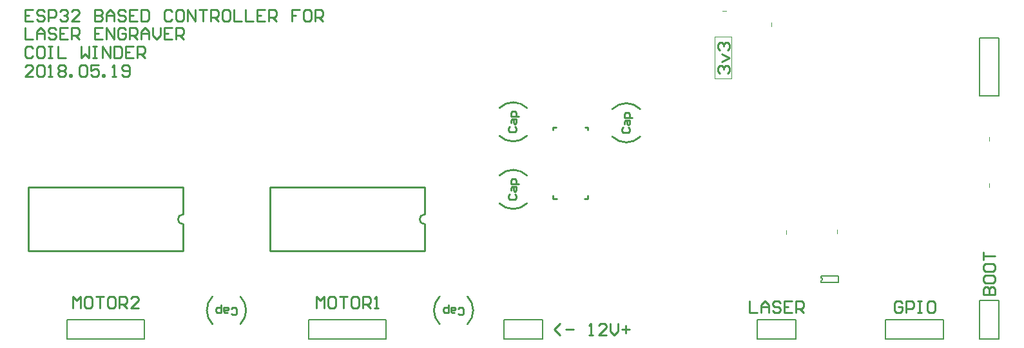
<source format=gto>
G04 Layer_Color=65535*
%FSLAX25Y25*%
%MOIN*%
G70*
G01*
G75*
%ADD19C,0.01000*%
%ADD28C,0.00787*%
%ADD29C,0.00394*%
D19*
X390500Y177000D02*
G03*
X390500Y172000I0J-2500D01*
G01*
X265500Y177000D02*
G03*
X265500Y172000I0J-2500D01*
G01*
X295182Y120160D02*
G03*
X295182Y134525I-7182J7182D01*
G01*
X280818D02*
G03*
X280818Y120160I7182J-7182D01*
G01*
X412682D02*
G03*
X412682Y134525I-7182J7182D01*
G01*
X398318D02*
G03*
X398318Y120160I7182J-7182D01*
G01*
X429160Y217818D02*
G03*
X443525Y217818I7182J7182D01*
G01*
Y232182D02*
G03*
X429160Y232182I-7182J-7182D01*
G01*
X487660Y217318D02*
G03*
X502025Y217318I7182J7182D01*
G01*
Y231682D02*
G03*
X487660Y231682I-7182J-7182D01*
G01*
X429160Y182818D02*
G03*
X443525Y182818I7182J7182D01*
G01*
Y197182D02*
G03*
X429160Y197182I-7182J-7182D01*
G01*
X310500Y191000D02*
X390500D01*
X310500Y158000D02*
Y191000D01*
Y158000D02*
X390500D01*
Y172000D01*
Y177000D02*
Y191000D01*
X185500D02*
X265500D01*
X185500Y158000D02*
Y191000D01*
Y158000D02*
X265500D01*
Y172000D01*
Y177000D02*
Y191000D01*
X475000Y185114D02*
Y186846D01*
X473268Y185114D02*
X475000D01*
X457008D02*
X458858D01*
X457008D02*
Y186965D01*
Y220823D02*
Y222114D01*
X475000Y220941D02*
Y222114D01*
X473433D02*
X475000D01*
X457008D02*
X458693D01*
X187999Y283291D02*
X184000D01*
Y277293D01*
X187999D01*
X184000Y280292D02*
X185999D01*
X193997Y282291D02*
X192997Y283291D01*
X190998D01*
X189998Y282291D01*
Y281292D01*
X190998Y280292D01*
X192997D01*
X193997Y279292D01*
Y278293D01*
X192997Y277293D01*
X190998D01*
X189998Y278293D01*
X195996Y277293D02*
Y283291D01*
X198995D01*
X199995Y282291D01*
Y280292D01*
X198995Y279292D01*
X195996D01*
X201994Y282291D02*
X202994Y283291D01*
X204993D01*
X205993Y282291D01*
Y281292D01*
X204993Y280292D01*
X203994D01*
X204993D01*
X205993Y279292D01*
Y278293D01*
X204993Y277293D01*
X202994D01*
X201994Y278293D01*
X211991Y277293D02*
X207992D01*
X211991Y281292D01*
Y282291D01*
X210991Y283291D01*
X208992D01*
X207992Y282291D01*
X219988Y283291D02*
Y277293D01*
X222987D01*
X223987Y278293D01*
Y279292D01*
X222987Y280292D01*
X219988D01*
X222987D01*
X223987Y281292D01*
Y282291D01*
X222987Y283291D01*
X219988D01*
X225986Y277293D02*
Y281292D01*
X227986Y283291D01*
X229985Y281292D01*
Y277293D01*
Y280292D01*
X225986D01*
X235983Y282291D02*
X234983Y283291D01*
X232984D01*
X231984Y282291D01*
Y281292D01*
X232984Y280292D01*
X234983D01*
X235983Y279292D01*
Y278293D01*
X234983Y277293D01*
X232984D01*
X231984Y278293D01*
X241981Y283291D02*
X237983D01*
Y277293D01*
X241981D01*
X237983Y280292D02*
X239982D01*
X243981Y283291D02*
Y277293D01*
X246980D01*
X247979Y278293D01*
Y282291D01*
X246980Y283291D01*
X243981D01*
X259975Y282291D02*
X258976Y283291D01*
X256976D01*
X255977Y282291D01*
Y278293D01*
X256976Y277293D01*
X258976D01*
X259975Y278293D01*
X264974Y283291D02*
X262975D01*
X261975Y282291D01*
Y278293D01*
X262975Y277293D01*
X264974D01*
X265973Y278293D01*
Y282291D01*
X264974Y283291D01*
X267973Y277293D02*
Y283291D01*
X271972Y277293D01*
Y283291D01*
X273971D02*
X277970D01*
X275970D01*
Y277293D01*
X279969D02*
Y283291D01*
X282968D01*
X283968Y282291D01*
Y280292D01*
X282968Y279292D01*
X279969D01*
X281968D02*
X283968Y277293D01*
X288966Y283291D02*
X286967D01*
X285967Y282291D01*
Y278293D01*
X286967Y277293D01*
X288966D01*
X289966Y278293D01*
Y282291D01*
X288966Y283291D01*
X291965D02*
Y277293D01*
X295964D01*
X297963Y283291D02*
Y277293D01*
X301962D01*
X307960Y283291D02*
X303961D01*
Y277293D01*
X307960D01*
X303961Y280292D02*
X305961D01*
X309959Y277293D02*
Y283291D01*
X312958D01*
X313958Y282291D01*
Y280292D01*
X312958Y279292D01*
X309959D01*
X311959D02*
X313958Y277293D01*
X325954Y283291D02*
X321955D01*
Y280292D01*
X323955D01*
X321955D01*
Y277293D01*
X330953Y283291D02*
X328953D01*
X327953Y282291D01*
Y278293D01*
X328953Y277293D01*
X330953D01*
X331952Y278293D01*
Y282291D01*
X330953Y283291D01*
X333951Y277293D02*
Y283291D01*
X336950D01*
X337950Y282291D01*
Y280292D01*
X336950Y279292D01*
X333951D01*
X335951D02*
X337950Y277293D01*
X184000Y273693D02*
Y267695D01*
X187999D01*
X189998D02*
Y271694D01*
X191997Y273693D01*
X193997Y271694D01*
Y267695D01*
Y270694D01*
X189998D01*
X199995Y272694D02*
X198995Y273693D01*
X196996D01*
X195996Y272694D01*
Y271694D01*
X196996Y270694D01*
X198995D01*
X199995Y269695D01*
Y268695D01*
X198995Y267695D01*
X196996D01*
X195996Y268695D01*
X205993Y273693D02*
X201994D01*
Y267695D01*
X205993D01*
X201994Y270694D02*
X203994D01*
X207992Y267695D02*
Y273693D01*
X210991D01*
X211991Y272694D01*
Y270694D01*
X210991Y269695D01*
X207992D01*
X209992D02*
X211991Y267695D01*
X223987Y273693D02*
X219988D01*
Y267695D01*
X223987D01*
X219988Y270694D02*
X221988D01*
X225986Y267695D02*
Y273693D01*
X229985Y267695D01*
Y273693D01*
X235983Y272694D02*
X234983Y273693D01*
X232984D01*
X231984Y272694D01*
Y268695D01*
X232984Y267695D01*
X234983D01*
X235983Y268695D01*
Y270694D01*
X233984D01*
X237983Y267695D02*
Y273693D01*
X240982D01*
X241981Y272694D01*
Y270694D01*
X240982Y269695D01*
X237983D01*
X239982D02*
X241981Y267695D01*
X243981D02*
Y271694D01*
X245980Y273693D01*
X247979Y271694D01*
Y267695D01*
Y270694D01*
X243981D01*
X249979Y273693D02*
Y269695D01*
X251978Y267695D01*
X253977Y269695D01*
Y273693D01*
X259975D02*
X255977D01*
Y267695D01*
X259975D01*
X255977Y270694D02*
X257976D01*
X261975Y267695D02*
Y273693D01*
X264974D01*
X265973Y272694D01*
Y270694D01*
X264974Y269695D01*
X261975D01*
X263974D02*
X265973Y267695D01*
X187999Y263096D02*
X186999Y264096D01*
X185000D01*
X184000Y263096D01*
Y259097D01*
X185000Y258098D01*
X186999D01*
X187999Y259097D01*
X192997Y264096D02*
X190998D01*
X189998Y263096D01*
Y259097D01*
X190998Y258098D01*
X192997D01*
X193997Y259097D01*
Y263096D01*
X192997Y264096D01*
X195996D02*
X197995D01*
X196996D01*
Y258098D01*
X195996D01*
X197995D01*
X200994Y264096D02*
Y258098D01*
X204993D01*
X212991Y264096D02*
Y258098D01*
X214990Y260097D01*
X216989Y258098D01*
Y264096D01*
X218989D02*
X220988D01*
X219988D01*
Y258098D01*
X218989D01*
X220988D01*
X223987D02*
Y264096D01*
X227986Y258098D01*
Y264096D01*
X229985D02*
Y258098D01*
X232984D01*
X233984Y259097D01*
Y263096D01*
X232984Y264096D01*
X229985D01*
X239982D02*
X235983D01*
Y258098D01*
X239982D01*
X235983Y261097D02*
X237983D01*
X241981Y258098D02*
Y264096D01*
X244980D01*
X245980Y263096D01*
Y261097D01*
X244980Y260097D01*
X241981D01*
X243981D02*
X245980Y258098D01*
X187999Y248500D02*
X184000D01*
X187999Y252499D01*
Y253498D01*
X186999Y254498D01*
X185000D01*
X184000Y253498D01*
X189998D02*
X190998Y254498D01*
X192997D01*
X193997Y253498D01*
Y249500D01*
X192997Y248500D01*
X190998D01*
X189998Y249500D01*
Y253498D01*
X195996Y248500D02*
X197995D01*
X196996D01*
Y254498D01*
X195996Y253498D01*
X200994D02*
X201994Y254498D01*
X203994D01*
X204993Y253498D01*
Y252499D01*
X203994Y251499D01*
X204993Y250499D01*
Y249500D01*
X203994Y248500D01*
X201994D01*
X200994Y249500D01*
Y250499D01*
X201994Y251499D01*
X200994Y252499D01*
Y253498D01*
X201994Y251499D02*
X203994D01*
X206993Y248500D02*
Y249500D01*
X207992D01*
Y248500D01*
X206993D01*
X211991Y253498D02*
X212991Y254498D01*
X214990D01*
X215990Y253498D01*
Y249500D01*
X214990Y248500D01*
X212991D01*
X211991Y249500D01*
Y253498D01*
X221988Y254498D02*
X217989D01*
Y251499D01*
X219988Y252499D01*
X220988D01*
X221988Y251499D01*
Y249500D01*
X220988Y248500D01*
X218989D01*
X217989Y249500D01*
X223987Y248500D02*
Y249500D01*
X224987D01*
Y248500D01*
X223987D01*
X228985D02*
X230985D01*
X229985D01*
Y254498D01*
X228985Y253498D01*
X233984Y249500D02*
X234983Y248500D01*
X236983D01*
X237983Y249500D01*
Y253498D01*
X236983Y254498D01*
X234983D01*
X233984Y253498D01*
Y252499D01*
X234983Y251499D01*
X237983D01*
X558500Y131998D02*
Y126000D01*
X562499D01*
X564498D02*
Y129999D01*
X566497Y131998D01*
X568497Y129999D01*
Y126000D01*
Y128999D01*
X564498D01*
X574495Y130998D02*
X573495Y131998D01*
X571496D01*
X570496Y130998D01*
Y129999D01*
X571496Y128999D01*
X573495D01*
X574495Y127999D01*
Y127000D01*
X573495Y126000D01*
X571496D01*
X570496Y127000D01*
X580493Y131998D02*
X576494D01*
Y126000D01*
X580493D01*
X576494Y128999D02*
X578493D01*
X582492Y126000D02*
Y131998D01*
X585491D01*
X586491Y130998D01*
Y128999D01*
X585491Y127999D01*
X582492D01*
X584492D02*
X586491Y126000D01*
X637499Y130998D02*
X636499Y131998D01*
X634500D01*
X633500Y130998D01*
Y127000D01*
X634500Y126000D01*
X636499D01*
X637499Y127000D01*
Y128999D01*
X635499D01*
X639498Y126000D02*
Y131998D01*
X642497D01*
X643497Y130998D01*
Y128999D01*
X642497Y127999D01*
X639498D01*
X645496Y131998D02*
X647496D01*
X646496D01*
Y126000D01*
X645496D01*
X647496D01*
X653493Y131998D02*
X651494D01*
X650494Y130998D01*
Y127000D01*
X651494Y126000D01*
X653493D01*
X654493Y127000D01*
Y130998D01*
X653493Y131998D01*
X679502Y135500D02*
X685500D01*
Y138499D01*
X684500Y139499D01*
X683501D01*
X682501Y138499D01*
Y135500D01*
Y138499D01*
X681501Y139499D01*
X680502D01*
X679502Y138499D01*
Y135500D01*
Y144497D02*
Y142498D01*
X680502Y141498D01*
X684500D01*
X685500Y142498D01*
Y144497D01*
X684500Y145497D01*
X680502D01*
X679502Y144497D01*
Y150495D02*
Y148496D01*
X680502Y147496D01*
X684500D01*
X685500Y148496D01*
Y150495D01*
X684500Y151495D01*
X680502D01*
X679502Y150495D01*
Y153494D02*
Y157493D01*
Y155493D01*
X685500D01*
X208500Y128500D02*
Y134498D01*
X210499Y132499D01*
X212499Y134498D01*
Y128500D01*
X217497Y134498D02*
X215498D01*
X214498Y133498D01*
Y129500D01*
X215498Y128500D01*
X217497D01*
X218497Y129500D01*
Y133498D01*
X217497Y134498D01*
X220496D02*
X224495D01*
X222496D01*
Y128500D01*
X229493Y134498D02*
X227494D01*
X226494Y133498D01*
Y129500D01*
X227494Y128500D01*
X229493D01*
X230493Y129500D01*
Y133498D01*
X229493Y134498D01*
X232492Y128500D02*
Y134498D01*
X235491D01*
X236491Y133498D01*
Y131499D01*
X235491Y130499D01*
X232492D01*
X234492D02*
X236491Y128500D01*
X242489D02*
X238490D01*
X242489Y132499D01*
Y133498D01*
X241489Y134498D01*
X239490D01*
X238490Y133498D01*
X334500Y128500D02*
Y134498D01*
X336499Y132499D01*
X338499Y134498D01*
Y128500D01*
X343497Y134498D02*
X341498D01*
X340498Y133498D01*
Y129500D01*
X341498Y128500D01*
X343497D01*
X344497Y129500D01*
Y133498D01*
X343497Y134498D01*
X346496D02*
X350495D01*
X348496D01*
Y128500D01*
X355493Y134498D02*
X353494D01*
X352494Y133498D01*
Y129500D01*
X353494Y128500D01*
X355493D01*
X356493Y129500D01*
Y133498D01*
X355493Y134498D01*
X358492Y128500D02*
Y134498D01*
X361491D01*
X362491Y133498D01*
Y131499D01*
X361491Y130499D01*
X358492D01*
X360492D02*
X362491Y128500D01*
X364490D02*
X366490D01*
X365490D01*
Y134498D01*
X364490Y133498D01*
X460499Y114500D02*
X457500Y117499D01*
X460499Y120498D01*
X463498Y117499D02*
X467497D01*
X475494Y114500D02*
X477493D01*
X476494D01*
Y120498D01*
X475494Y119498D01*
X484491Y114500D02*
X480493D01*
X484491Y118499D01*
Y119498D01*
X483492Y120498D01*
X481492D01*
X480493Y119498D01*
X486491Y120498D02*
Y116499D01*
X488490Y114500D01*
X490489Y116499D01*
Y120498D01*
X492489Y117499D02*
X496487D01*
X494488Y119498D02*
Y115500D01*
X290494Y125637D02*
X291150Y124982D01*
X292462D01*
X293118Y125637D01*
Y128261D01*
X292462Y128917D01*
X291150D01*
X290494Y128261D01*
X288526Y126294D02*
X287214D01*
X286559Y126950D01*
Y128917D01*
X288526D01*
X289182Y128261D01*
X288526Y127605D01*
X286559D01*
X285247Y130229D02*
Y126294D01*
X283279D01*
X282623Y126950D01*
Y128261D01*
X283279Y128917D01*
X285247D01*
X407994Y125637D02*
X408650Y124982D01*
X409962D01*
X410618Y125637D01*
Y128261D01*
X409962Y128917D01*
X408650D01*
X407994Y128261D01*
X406026Y126294D02*
X404714D01*
X404059Y126950D01*
Y128917D01*
X406026D01*
X406682Y128261D01*
X406026Y127605D01*
X404059D01*
X402747Y130229D02*
Y126294D01*
X400779D01*
X400123Y126950D01*
Y128261D01*
X400779Y128917D01*
X402747D01*
X543069Y250232D02*
X542069Y251232D01*
Y253231D01*
X543069Y254231D01*
X544068D01*
X545068Y253231D01*
Y252232D01*
Y253231D01*
X546068Y254231D01*
X547067D01*
X548067Y253231D01*
Y251232D01*
X547067Y250232D01*
X544068Y256230D02*
X548067Y258230D01*
X544068Y260229D01*
X543069Y262228D02*
X542069Y263228D01*
Y265227D01*
X543069Y266227D01*
X544068D01*
X545068Y265227D01*
Y264228D01*
Y265227D01*
X546068Y266227D01*
X547067D01*
X548067Y265227D01*
Y263228D01*
X547067Y262228D01*
X434637Y222506D02*
X433982Y221850D01*
Y220538D01*
X434637Y219882D01*
X437261D01*
X437917Y220538D01*
Y221850D01*
X437261Y222506D01*
X435293Y224474D02*
Y225785D01*
X435949Y226441D01*
X437917D01*
Y224474D01*
X437261Y223818D01*
X436605Y224474D01*
Y226441D01*
X439229Y227753D02*
X435293D01*
Y229721D01*
X435949Y230377D01*
X437261D01*
X437917Y229721D01*
Y227753D01*
X493138Y222006D02*
X492482Y221350D01*
Y220038D01*
X493138Y219382D01*
X495761D01*
X496417Y220038D01*
Y221350D01*
X495761Y222006D01*
X493793Y223974D02*
Y225286D01*
X494449Y225941D01*
X496417D01*
Y223974D01*
X495761Y223318D01*
X495105Y223974D01*
Y225941D01*
X497729Y227253D02*
X493793D01*
Y229221D01*
X494449Y229877D01*
X495761D01*
X496417Y229221D01*
Y227253D01*
X434637Y187506D02*
X433982Y186850D01*
Y185538D01*
X434637Y184882D01*
X437261D01*
X437917Y185538D01*
Y186850D01*
X437261Y187506D01*
X435293Y189474D02*
Y190786D01*
X435949Y191442D01*
X437917D01*
Y189474D01*
X437261Y188818D01*
X436605Y189474D01*
Y191442D01*
X439229Y192753D02*
X435293D01*
Y194721D01*
X435949Y195377D01*
X437261D01*
X437917Y194721D01*
Y192753D01*
D28*
X595472Y142713D02*
G03*
X595472Y144287I0J787D01*
G01*
X629000Y122500D02*
X659000D01*
X629000Y112500D02*
Y122500D01*
Y112500D02*
X659000D01*
Y122500D01*
X582500Y112500D02*
Y122500D01*
X562500Y112500D02*
X582500D01*
X562500D02*
Y122500D01*
X582500D01*
X595472Y141728D02*
Y142713D01*
Y144287D02*
Y145272D01*
Y141728D02*
X604528D01*
Y145272D01*
X595472D02*
X604528D01*
X330500Y112500D02*
Y122500D01*
X370500D01*
X330500Y112500D02*
X370500D01*
Y122500D01*
X205500Y112500D02*
Y122500D01*
X245500D01*
X205500Y112500D02*
X245500D01*
Y122500D01*
X431500D02*
X451500D01*
X431500Y112500D02*
Y122500D01*
Y112500D02*
X451500D01*
Y122500D01*
X677500Y112500D02*
Y132500D01*
Y112500D02*
X687500D01*
Y132500D01*
X677500D02*
X687500D01*
X677500Y268500D02*
X687500D01*
Y238500D02*
Y268500D01*
X677500Y238500D02*
X687500D01*
X677500D02*
Y268500D01*
D29*
X682500Y191126D02*
Y193095D01*
Y215126D02*
Y217094D01*
X544626Y282500D02*
X546594D01*
X570000Y274429D02*
Y276398D01*
X577500Y166929D02*
Y168898D01*
X604000Y167102D02*
Y169071D01*
X540587Y247476D02*
X549248D01*
X540587D02*
Y269130D01*
X549248D01*
Y247476D02*
Y269130D01*
M02*

</source>
